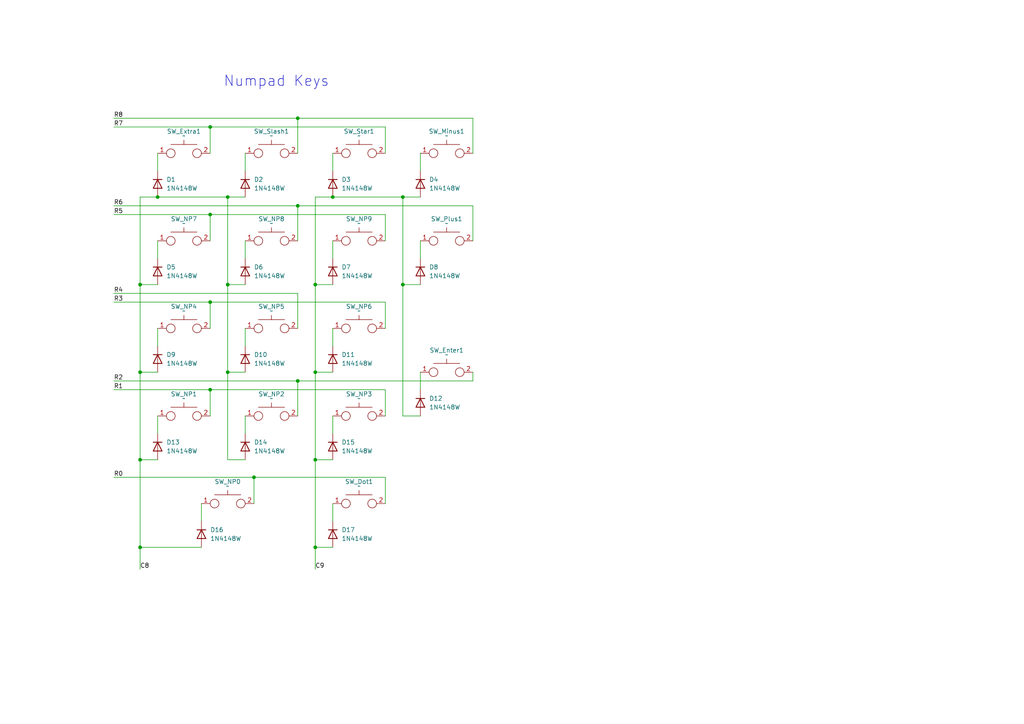
<source format=kicad_sch>
(kicad_sch (version 20230121) (generator eeschema)
  (paper "A4")
  (title_block (title "Numpad"))
  (lib_symbols
    (symbol "Diode:1N4148W" (pin_numbers hide) (pin_names hide)
      (property "Reference" "D" (at 0 2.54 0))
      (property "Value" "1N4148W" (at 0 -2.54 0))
      (symbol "1N4148W_0_1"
        (polyline (pts (xy -1.27 1.27) (xy -1.27 -1.27)) (stroke (width 0.254)))
        (polyline (pts (xy 1.27 0) (xy -1.27 0)))
        (polyline (pts (xy 1.27 1.27) (xy 1.27 -1.27) (xy -1.27 0) (xy 1.27 1.27)) (stroke (width 0.254)))
      )
      (symbol "1N4148W_1_1"
        (pin passive line (at -3.81 0 0) (length 2.54) (name "K") (number "1"))
        (pin passive line (at 3.81 0 180) (length 2.54) (name "A") (number "2"))
      )
    )
    (symbol "mantyl:Kailh_MX_Socket"
      (property "Reference" "SW" (at 0 0 0))
      (symbol "Kailh_MX_Socket_0_1"
        (circle (center -3.81 -5.08) (radius 1.27))
        (polyline (pts (xy -3.81 -2.54) (xy 3.81 -2.54)))
        (polyline (pts (xy 0 -2.54) (xy 0 -1.27)))
        (circle (center 3.81 -5.08) (radius 1.27))
      )
      (symbol "Kailh_MX_Socket_1_1"
        (pin input line (at -7.62 -5.08 0) (length 2.54) (name "") (number "1"))
        (pin input line (at 7.62 -5.08 180) (length 2.54) (name "") (number "2"))
      )
    )
  )
  (junction (at 86.36 59.69))
  (junction (at 45.72 57.15))
  (junction (at 91.44 158.75))
  (junction (at 116.84 82.55))
  (junction (at 86.36 110.49))
  (junction (at 40.64 82.55))
  (junction (at 91.44 82.55))
  (junction (at 91.44 107.95))
  (junction (at 96.52 57.15))
  (junction (at 73.66 138.43))
  (junction (at 60.96 62.23))
  (junction (at 66.04 107.95))
  (junction (at 60.96 113.03))
  (junction (at 116.84 57.15))
  (junction (at 86.36 34.29))
  (junction (at 40.64 133.35))
  (junction (at 91.44 133.35))
  (junction (at 60.96 36.83))
  (junction (at 66.04 82.55))
  (junction (at 60.96 87.63))
  (junction (at 40.64 107.95))
  (junction (at 66.04 57.15))
  (junction (at 40.64 158.75))
  (wire (pts (xy 66.04 133.35) (xy 71.12 133.35)))
  (wire (pts (xy 40.64 133.35) (xy 40.64 158.75)))
  (wire (pts (xy 111.76 138.43) (xy 111.76 146.05)))
  (wire (pts (xy 91.44 158.75) (xy 91.44 133.35)))
  (wire (pts (xy 66.04 107.95) (xy 71.12 107.95)))
  (wire (pts (xy 111.76 44.45) (xy 111.76 36.83)))
  (wire (pts (xy 40.64 82.55) (xy 45.72 82.55)))
  (wire (pts (xy 71.12 69.85) (xy 71.12 74.93)))
  (wire (pts (xy 96.52 69.85) (xy 96.52 74.93)))
  (wire (pts (xy 45.72 44.45) (xy 45.72 49.53)))
  (wire (pts (xy 96.52 57.15) (xy 116.84 57.15)))
  (wire (pts (xy 91.44 133.35) (xy 96.52 133.35)))
  (wire (pts (xy 111.76 95.25) (xy 111.76 87.63)))
  (wire (pts (xy 96.52 44.45) (xy 96.52 49.53)))
  (wire (pts (xy 86.36 95.25) (xy 86.36 85.09)))
  (wire (pts (xy 71.12 95.25) (xy 71.12 100.33)))
  (wire (pts (xy 116.84 82.55) (xy 121.92 82.55)))
  (wire (pts (xy 96.52 120.65) (xy 96.52 125.73)))
  (wire (pts (xy 60.96 36.83) (xy 60.96 44.45)))
  (wire (pts (xy 40.64 57.15) (xy 45.72 57.15)))
  (wire (pts (xy 137.16 110.49) (xy 86.36 110.49)))
  (wire (pts (xy 73.66 138.43) (xy 111.76 138.43)))
  (wire (pts (xy 137.16 44.45) (xy 137.16 34.29)))
  (wire (pts (xy 111.76 120.65) (xy 111.76 113.03)))
  (wire (pts (xy 121.92 69.85) (xy 121.92 74.93)))
  (wire (pts (xy 73.66 138.43) (xy 73.66 146.05)))
  (wire (pts (xy 91.44 158.75) (xy 91.44 165.1)))
  (wire (pts (xy 91.44 82.55) (xy 91.44 57.15)))
  (wire (pts (xy 86.36 85.09) (xy 33.02 85.09)))
  (wire (pts (xy 40.64 107.95) (xy 40.64 133.35)))
  (wire (pts (xy 86.36 120.65) (xy 86.36 110.49)))
  (wire (pts (xy 137.16 59.69) (xy 86.36 59.69)))
  (wire (pts (xy 116.84 82.55) (xy 116.84 120.65)))
  (wire (pts (xy 91.44 107.95) (xy 91.44 82.55)))
  (wire (pts (xy 45.72 69.85) (xy 45.72 74.93)))
  (wire (pts (xy 86.36 69.85) (xy 86.36 59.69)))
  (wire (pts (xy 40.64 57.15) (xy 40.64 82.55)))
  (wire (pts (xy 111.76 69.85) (xy 111.76 62.23)))
  (wire (pts (xy 45.72 57.15) (xy 66.04 57.15)))
  (wire (pts (xy 58.42 158.75) (xy 40.64 158.75)))
  (wire (pts (xy 60.96 36.83) (xy 33.02 36.83)))
  (wire (pts (xy 91.44 158.75) (xy 96.52 158.75)))
  (wire (pts (xy 111.76 62.23) (xy 60.96 62.23)))
  (wire (pts (xy 58.42 146.05) (xy 58.42 151.13)))
  (wire (pts (xy 60.96 113.03) (xy 60.96 120.65)))
  (wire (pts (xy 137.16 107.95) (xy 137.16 110.49)))
  (wire (pts (xy 33.02 113.03) (xy 60.96 113.03)))
  (wire (pts (xy 111.76 113.03) (xy 60.96 113.03)))
  (wire (pts (xy 91.44 57.15) (xy 96.52 57.15)))
  (wire (pts (xy 91.44 82.55) (xy 96.52 82.55)))
  (wire (pts (xy 40.64 107.95) (xy 45.72 107.95)))
  (wire (pts (xy 91.44 133.35) (xy 91.44 107.95)))
  (wire (pts (xy 96.52 146.05) (xy 96.52 151.13)))
  (wire (pts (xy 137.16 34.29) (xy 86.36 34.29)))
  (wire (pts (xy 40.64 158.75) (xy 40.64 165.1)))
  (wire (pts (xy 60.96 87.63) (xy 60.96 95.25)))
  (wire (pts (xy 116.84 120.65) (xy 121.92 120.65)))
  (wire (pts (xy 45.72 120.65) (xy 45.72 125.73)))
  (wire (pts (xy 66.04 82.55) (xy 66.04 57.15)))
  (wire (pts (xy 137.16 69.85) (xy 137.16 59.69)))
  (wire (pts (xy 45.72 95.25) (xy 45.72 100.33)))
  (wire (pts (xy 121.92 44.45) (xy 121.92 49.53)))
  (wire (pts (xy 116.84 57.15) (xy 116.84 82.55)))
  (wire (pts (xy 71.12 120.65) (xy 71.12 125.73)))
  (wire (pts (xy 66.04 133.35) (xy 66.04 107.95)))
  (wire (pts (xy 66.04 107.95) (xy 66.04 82.55)))
  (wire (pts (xy 86.36 44.45) (xy 86.36 34.29)))
  (wire (pts (xy 60.96 87.63) (xy 33.02 87.63)))
  (wire (pts (xy 33.02 138.43) (xy 73.66 138.43)))
  (wire (pts (xy 66.04 57.15) (xy 71.12 57.15)))
  (wire (pts (xy 91.44 107.95) (xy 96.52 107.95)))
  (wire (pts (xy 96.52 95.25) (xy 96.52 100.33)))
  (wire (pts (xy 86.36 34.29) (xy 33.02 34.29)))
  (wire (pts (xy 121.92 107.95) (xy 121.92 113.03)))
  (wire (pts (xy 40.64 82.55) (xy 40.64 107.95)))
  (wire (pts (xy 60.96 62.23) (xy 60.96 69.85)))
  (wire (pts (xy 40.64 133.35) (xy 45.72 133.35)))
  (wire (pts (xy 116.84 57.15) (xy 121.92 57.15)))
  (wire (pts (xy 111.76 87.63) (xy 60.96 87.63)))
  (wire (pts (xy 60.96 62.23) (xy 33.02 62.23)))
  (wire (pts (xy 66.04 82.55) (xy 71.12 82.55)))
  (wire (pts (xy 111.76 36.83) (xy 60.96 36.83)))
  (wire (pts (xy 86.36 110.49) (xy 33.02 110.49)))
  (wire (pts (xy 86.36 59.69) (xy 33.02 59.69)))
  (wire (pts (xy 71.12 44.45) (xy 71.12 49.53)))
  (text "Numpad Keys" (at 64.77 25.4 0) (effects (font (size 3 3)) (justify left bottom)))
  (label "R4" (at 33.02 85.09 0))
  (label "R7" (at 33.02 36.83 0))
  (label "R2" (at 33.02 110.49 0))
  (label "C8" (at 40.64 165.1 0))
  (label "R6" (at 33.02 59.69 0))
  (label "R0" (at 33.02 138.43 0))
  (label "C9" (at 91.44 165.1 0))
  (label "R8" (at 33.02 34.29 0))
  (label "R3" (at 33.02 87.63 0))
  (label "R5" (at 33.02 62.23 0))
  (label "R1" (at 33.02 113.03 0))
  (symbol (lib_id "Diode:1N4148W") (at 71.12 129.54 270) (unit 1)
    (property "Reference" "D14" (at 73.66 128.27 90) (effects (justify left)))
    (property "Value" "1N4148W" (at 73.66 130.81 90) (effects (justify left)))
    (property "Footprint" "Diode_SMD:D_SOD-123" (effects hide))
    (property "Datasheet" "https://www.vishay.com/docs/85748/1n4148w.pdf" (effects hide))
    (property "Sim.Device" "D" (effects hide))
    (property "Sim.Pins" "1=K 2=A" (effects hide))
    (instances (project "v2_numpad" (path "" (reference "D14") (unit 1)) (path "" (reference "D9") (unit 1))))
  )
  (symbol (lib_id "Diode:1N4148W") (at 45.72 129.54 270) (unit 1)
    (property "Reference" "D13" (at 48.26 128.27 90) (effects (justify left)))
    (property "Value" "1N4148W" (at 48.26 130.81 90) (effects (justify left)))
    (property "Footprint" "Diode_SMD:D_SOD-123" (effects hide))
    (property "Datasheet" "https://www.vishay.com/docs/85748/1n4148w.pdf" (effects hide))
    (property "Sim.Device" "D" (effects hide))
    (property "Sim.Pins" "1=K 2=A" (effects hide))
    (instances (project "v2_numpad" (path "" (reference "D13") (unit 1)) (path "" (reference "D4") (unit 1))))
  )
  (symbol (lib_id "Diode:1N4148W") (at 121.92 78.74 270) (unit 1)
    (property "Reference" "D8" (at 124.46 77.47 90) (effects (justify left)))
    (property "Value" "1N4148W" (at 124.46 80.01 90) (effects (justify left)))
    (property "Footprint" "Diode_SMD:D_SOD-123" (effects hide))
    (property "Datasheet" "https://www.vishay.com/docs/85748/1n4148w.pdf" (effects hide))
    (property "Sim.Device" "D" (effects hide))
    (property "Sim.Pins" "1=K 2=A" (effects hide))
    (instances (project "v2_numpad" (path "" (reference "D8") (unit 1)) (path "" (reference "D16") (unit 1))))
  )
  (symbol (lib_id "mantyl:Kailh_MX_Socket") (at 53.34 115.57 0) (unit 1)
    (property "Reference" "SW_NP1" (at 53.34 114.3 0))
    (property "Value" "~" (at 53.34 115.57 0))
    (property "Footprint" "mantyl:Kailh_socket_MX_platemount" (effects hide))
    (instances (project "v2_numpad" (path "" (reference "SW_NP1") (unit 1)) (path "" (reference "SW_NP3") (unit 1))))
  )
  (symbol (lib_id "mantyl:Kailh_MX_Socket") (at 104.14 90.17 0) (unit 1)
    (property "Reference" "SW_NP6" (at 104.14 88.9 0))
    (property "Value" "~" (at 104.14 90.17 0))
    (property "Footprint" "mantyl:Kailh_socket_MX_platemount" (effects hide))
    (instances (project "v2_numpad" (path "" (reference "SW_NP6") (unit 1)) (path "" (reference "SW_NP9") (unit 1))))
  )
  (symbol (lib_id "mantyl:Kailh_MX_Socket") (at 66.04 140.97 0) (unit 1)
    (property "Reference" "SW_NP0" (at 66.04 139.7 0))
    (property "Value" "~" (at 66.04 140.97 0))
    (property "Footprint" "mantyl:Kailh_socket_MX_platemount" (effects hide))
    (instances (project "v2_numpad" (path "" (reference "SW_NP0") (unit 1)) (path "" (reference "SW_NP4") (unit 1))))
  )
  (symbol (lib_id "mantyl:Kailh_MX_Socket") (at 104.14 140.97 0) (unit 1)
    (property "Reference" "SW_Dot1" (at 104.14 139.7 0))
    (property "Value" "~" (at 104.14 140.97 0))
    (property "Footprint" "mantyl:Kailh_socket_MX_platemount" (effects hide))
  )
  (symbol (lib_id "mantyl:Kailh_MX_Socket") (at 78.74 115.57 0) (unit 1)
    (property "Reference" "SW_NP2" (at 78.74 114.3 0))
    (property "Value" "~" (at 78.74 115.57 0))
    (property "Footprint" "mantyl:Kailh_socket_MX_platemount" (effects hide))
    (instances (project "v2_numpad" (path "" (reference "SW_NP2") (unit 1)) (path "" (reference "SW_NP7") (unit 1))))
  )
  (symbol (lib_id "mantyl:Kailh_MX_Socket") (at 53.34 90.17 0) (unit 1)
    (property "Reference" "SW_NP4" (at 53.34 88.9 0))
    (property "Value" "~" (at 53.34 90.17 0))
    (property "Footprint" "mantyl:Kailh_socket_MX_platemount" (effects hide))
    (instances (project "v2_numpad" (path "" (reference "SW_NP4") (unit 1)) (path "" (reference "SW_NP2") (unit 1))))
  )
  (symbol (lib_id "mantyl:Kailh_MX_Socket") (at 129.54 64.77 0) (unit 1)
    (property "Reference" "SW_Plus1" (at 129.54 63.5 0))
    (property "Value" "~" (at 129.54 64.77 0))
    (property "Footprint" "mantyl:Kailh_socket_MX_platemount" (effects hide))
  )
  (symbol (lib_id "mantyl:Kailh_MX_Socket") (at 104.14 39.37 0) (unit 1)
    (property "Reference" "SW_Star1" (at 104.14 38.1 0))
    (property "Value" "~" (at 104.14 39.37 0))
    (property "Footprint" "mantyl:Kailh_socket_MX_platemount" (effects hide))
  )
  (symbol (lib_id "Diode:1N4148W") (at 121.92 116.84 270) (unit 1)
    (property "Reference" "D12" (at 124.46 115.57 90) (effects (justify left)))
    (property "Value" "1N4148W" (at 124.46 118.11 90) (effects (justify left)))
    (property "Footprint" "Diode_SMD:D_SOD-123" (effects hide))
    (property "Datasheet" "https://www.vishay.com/docs/85748/1n4148w.pdf" (effects hide))
    (property "Sim.Device" "D" (effects hide))
    (property "Sim.Pins" "1=K 2=A" (effects hide))
    (instances (project "v2_numpad" (path "" (reference "D12") (unit 1)) (path "" (reference "D17") (unit 1))))
  )
  (symbol (lib_id "Diode:1N4148W") (at 45.72 78.74 270) (unit 1)
    (property "Reference" "D5" (at 48.26 77.47 90) (effects (justify left)))
    (property "Value" "1N4148W" (at 48.26 80.01 90) (effects (justify left)))
    (property "Footprint" "Diode_SMD:D_SOD-123" (effects hide))
    (property "Datasheet" "https://www.vishay.com/docs/85748/1n4148w.pdf" (effects hide))
    (property "Sim.Device" "D" (effects hide))
    (property "Sim.Pins" "1=K 2=A" (effects hide))
    (instances (project "v2_numpad" (path "" (reference "D5") (unit 1)) (path "" (reference "D2") (unit 1))))
  )
  (symbol (lib_id "Diode:1N4148W") (at 96.52 104.14 270) (unit 1)
    (property "Reference" "D11" (at 99.06 102.87 90) (effects (justify left)))
    (property "Value" "1N4148W" (at 99.06 105.41 90) (effects (justify left)))
    (property "Footprint" "Diode_SMD:D_SOD-123" (effects hide))
    (property "Datasheet" "https://www.vishay.com/docs/85748/1n4148w.pdf" (effects hide))
    (property "Sim.Device" "D" (effects hide))
    (property "Sim.Pins" "1=K 2=A" (effects hide))
    (instances (project "v2_numpad" (path "" (reference "D11") (unit 1)) (path "" (reference "D12") (unit 1))))
  )
  (symbol (lib_id "Diode:1N4148W") (at 96.52 53.34 270) (unit 1)
    (property "Reference" "D3" (at 99.06 52.07 90) (effects (justify left)))
    (property "Value" "1N4148W" (at 99.06 54.61 90) (effects (justify left)))
    (property "Footprint" "Diode_SMD:D_SOD-123" (effects hide))
    (property "Datasheet" "https://www.vishay.com/docs/85748/1n4148w.pdf" (effects hide))
    (property "Sim.Device" "D" (effects hide))
    (property "Sim.Pins" "1=K 2=A" (effects hide))
    (instances (project "v2_numpad" (path "" (reference "D3") (unit 1)) (path "" (reference "D10") (unit 1))))
  )
  (symbol (lib_id "Diode:1N4148W") (at 71.12 78.74 270) (unit 1)
    (property "Reference" "D6" (at 73.66 77.47 90) (effects (justify left)))
    (property "Value" "1N4148W" (at 73.66 80.01 90) (effects (justify left)))
    (property "Footprint" "Diode_SMD:D_SOD-123" (effects hide))
    (property "Datasheet" "https://www.vishay.com/docs/85748/1n4148w.pdf" (effects hide))
    (property "Sim.Device" "D" (effects hide))
    (property "Sim.Pins" "1=K 2=A" (effects hide))
    (instances (project "v2_numpad" (path "" (reference "D6") (unit 1)) (path "" (reference "D7") (unit 1))))
  )
  (symbol (lib_id "Diode:1N4148W") (at 96.52 129.54 270) (unit 1)
    (property "Reference" "D15" (at 99.06 128.27 90) (effects (justify left)))
    (property "Value" "1N4148W" (at 99.06 130.81 90) (effects (justify left)))
    (property "Footprint" "Diode_SMD:D_SOD-123" (effects hide))
    (property "Datasheet" "https://www.vishay.com/docs/85748/1n4148w.pdf" (effects hide))
    (property "Sim.Device" "D" (effects hide))
    (property "Sim.Pins" "1=K 2=A" (effects hide))
    (instances (project "v2_numpad" (path "" (reference "D15") (unit 1)) (path "" (reference "D13") (unit 1))))
  )
  (symbol (lib_id "mantyl:Kailh_MX_Socket") (at 104.14 115.57 0) (unit 1)
    (property "Reference" "SW_NP3" (at 104.14 114.3 0))
    (property "Value" "~" (at 104.14 115.57 0))
    (property "Footprint" "mantyl:Kailh_socket_MX_platemount" (effects hide))
    (instances (project "v2_numpad" (path "" (reference "SW_NP3") (unit 1)) (path "" (reference "SW_NP10") (unit 1))))
  )
  (symbol (lib_id "mantyl:Kailh_MX_Socket") (at 78.74 39.37 0) (unit 1)
    (property "Reference" "SW_Slash1" (at 78.74 38.1 0))
    (property "Value" "~" (at 78.74 39.37 0))
    (property "Footprint" "mantyl:Kailh_socket_MX_platemount" (effects hide))
  )
  (symbol (lib_id "Diode:1N4148W") (at 58.42 154.94 270) (unit 1)
    (property "Reference" "D16" (at 60.96 153.67 90) (effects (justify left)))
    (property "Value" "1N4148W" (at 60.96 156.21 90) (effects (justify left)))
    (property "Footprint" "Diode_SMD:D_SOD-123" (effects hide))
    (property "Datasheet" "https://www.vishay.com/docs/85748/1n4148w.pdf" (effects hide))
    (property "Sim.Device" "D" (effects hide))
    (property "Sim.Pins" "1=K 2=A" (effects hide))
    (instances (project "v2_numpad" (path "" (reference "D16") (unit 1)) (path "" (reference "D5") (unit 1))))
  )
  (symbol (lib_id "Diode:1N4148W") (at 45.72 104.14 270) (unit 1)
    (property "Reference" "D9" (at 48.26 102.87 90) (effects (justify left)))
    (property "Value" "1N4148W" (at 48.26 105.41 90) (effects (justify left)))
    (property "Footprint" "Diode_SMD:D_SOD-123" (effects hide))
    (property "Datasheet" "https://www.vishay.com/docs/85748/1n4148w.pdf" (effects hide))
    (property "Sim.Device" "D" (effects hide))
    (property "Sim.Pins" "1=K 2=A" (effects hide))
    (instances (project "v2_numpad" (path "" (reference "D9") (unit 1)) (path "" (reference "D3") (unit 1))))
  )
  (symbol (lib_id "Diode:1N4148W") (at 71.12 53.34 270) (unit 1)
    (property "Reference" "D2" (at 73.66 52.07 90) (effects (justify left)))
    (property "Value" "1N4148W" (at 73.66 54.61 90) (effects (justify left)))
    (property "Footprint" "Diode_SMD:D_SOD-123" (effects hide))
    (property "Datasheet" "https://www.vishay.com/docs/85748/1n4148w.pdf" (effects hide))
    (property "Sim.Device" "D" (effects hide))
    (property "Sim.Pins" "1=K 2=A" (effects hide))
    (instances (project "v2_numpad" (path "" (reference "D2") (unit 1)) (path "" (reference "D6") (unit 1))))
  )
  (symbol (lib_id "Diode:1N4148W") (at 121.92 53.34 270) (unit 1)
    (property "Reference" "D4" (at 124.46 52.07 90) (effects (justify left)))
    (property "Value" "1N4148W" (at 124.46 54.61 90) (effects (justify left)))
    (property "Footprint" "Diode_SMD:D_SOD-123" (effects hide))
    (property "Datasheet" "https://www.vishay.com/docs/85748/1n4148w.pdf" (effects hide))
    (property "Sim.Device" "D" (effects hide))
    (property "Sim.Pins" "1=K 2=A" (effects hide))
    (instances (project "v2_numpad" (path "" (reference "D4") (unit 1)) (path "" (reference "D15") (unit 1))))
  )
  (symbol (lib_id "mantyl:Kailh_MX_Socket") (at 53.34 39.37 0) (unit 1)
    (property "Reference" "SW_Extra1" (at 53.34 38.1 0))
    (property "Value" "~" (at 53.34 39.37 0))
    (property "Footprint" "mantyl:Kailh_socket_MX_platemount" (effects hide))
  )
  (symbol (lib_id "mantyl:Kailh_MX_Socket") (at 129.54 39.37 0) (unit 1)
    (property "Reference" "SW_Minus1" (at 129.54 38.1 0))
    (property "Value" "~" (at 129.54 39.37 0))
    (property "Footprint" "mantyl:Kailh_socket_MX_platemount" (effects hide))
  )
  (symbol (lib_id "Diode:1N4148W") (at 45.72 53.34 270) (unit 1)
    (property "Reference" "D1" (at 48.26 52.07 90) (effects (justify left)))
    (property "Value" "1N4148W" (at 48.26 54.61 90) (effects (justify left)))
    (property "Footprint" "Diode_SMD:D_SOD-123" (effects hide))
    (property "Datasheet" "https://www.vishay.com/docs/85748/1n4148w.pdf" (effects hide))
    (property "Sim.Device" "D" (effects hide))
    (property "Sim.Pins" "1=K 2=A" (effects hide))
  )
  (symbol (lib_id "Diode:1N4148W") (at 71.12 104.14 270) (unit 1)
    (property "Reference" "D10" (at 73.66 102.87 90) (effects (justify left)))
    (property "Value" "1N4148W" (at 73.66 105.41 90) (effects (justify left)))
    (property "Footprint" "Diode_SMD:D_SOD-123" (effects hide))
    (property "Datasheet" "https://www.vishay.com/docs/85748/1n4148w.pdf" (effects hide))
    (property "Sim.Device" "D" (effects hide))
    (property "Sim.Pins" "1=K 2=A" (effects hide))
    (instances (project "v2_numpad" (path "" (reference "D10") (unit 1)) (path "" (reference "D8") (unit 1))))
  )
  (symbol (lib_id "Diode:1N4148W") (at 96.52 154.94 270) (unit 1)
    (property "Reference" "D17" (at 99.06 153.67 90) (effects (justify left)))
    (property "Value" "1N4148W" (at 99.06 156.21 90) (effects (justify left)))
    (property "Footprint" "Diode_SMD:D_SOD-123" (effects hide))
    (property "Datasheet" "https://www.vishay.com/docs/85748/1n4148w.pdf" (effects hide))
    (property "Sim.Device" "D" (effects hide))
    (property "Sim.Pins" "1=K 2=A" (effects hide))
    (instances (project "v2_numpad" (path "" (reference "D17") (unit 1)) (path "" (reference "D14") (unit 1))))
  )
  (symbol (lib_id "mantyl:Kailh_MX_Socket") (at 78.74 64.77 0) (unit 1)
    (property "Reference" "SW_NP8" (at 78.74 63.5 0))
    (property "Value" "~" (at 78.74 64.77 0))
    (property "Footprint" "mantyl:Kailh_socket_MX_platemount" (effects hide))
    (instances (project "v2_numpad" (path "" (reference "SW_NP8") (unit 1)) (path "" (reference "SW_NP5") (unit 1))))
  )
  (symbol (lib_id "Diode:1N4148W") (at 96.52 78.74 270) (unit 1)
    (property "Reference" "D7" (at 99.06 77.47 90) (effects (justify left)))
    (property "Value" "1N4148W" (at 99.06 80.01 90) (effects (justify left)))
    (property "Footprint" "Diode_SMD:D_SOD-123" (effects hide))
    (property "Datasheet" "https://www.vishay.com/docs/85748/1n4148w.pdf" (effects hide))
    (property "Sim.Device" "D" (effects hide))
    (property "Sim.Pins" "1=K 2=A" (effects hide))
    (instances (project "v2_numpad" (path "" (reference "D7") (unit 1)) (path "" (reference "D11") (unit 1))))
  )
  (symbol (lib_id "mantyl:Kailh_MX_Socket") (at 53.34 64.77 0) (unit 1)
    (property "Reference" "SW_NP7" (at 53.34 63.5 0))
    (property "Value" "~" (at 53.34 64.77 0))
    (property "Footprint" "mantyl:Kailh_socket_MX_platemount" (effects hide))
    (instances (project "v2_numpad" (path "" (reference "SW_NP7") (unit 1)) (path "" (reference "SW_NP1") (unit 1))))
  )
  (symbol (lib_id "mantyl:Kailh_MX_Socket") (at 129.54 102.87 0) (unit 1)
    (property "Reference" "SW_Enter1" (at 129.54 101.6 0))
    (property "Value" "~" (at 129.54 102.87 0))
    (property "Footprint" "mantyl:Kailh_socket_MX_platemount" (effects hide))
  )
  (symbol (lib_id "mantyl:Kailh_MX_Socket") (at 78.74 90.17 0) (unit 1)
    (property "Reference" "SW_NP5" (at 78.74 88.9 0))
    (property "Value" "~" (at 78.74 90.17 0))
    (property "Footprint" "mantyl:Kailh_socket_MX_platemount" (effects hide))
    (instances (project "v2_numpad" (path "" (reference "SW_NP5") (unit 1)) (path "" (reference "SW_NP6") (unit 1))))
  )
  (symbol (lib_id "mantyl:Kailh_MX_Socket") (at 104.14 64.77 0) (unit 1)
    (property "Reference" "SW_NP9" (at 104.14 63.5 0))
    (property "Value" "~" (at 104.14 64.77 0))
    (property "Footprint" "mantyl:Kailh_socket_MX_platemount" (effects hide))
    (instances (project "v2_numpad" (path "" (reference "SW_NP9") (unit 1)) (path "" (reference "SW_NP8") (unit 1))))
  )
)
</source>
